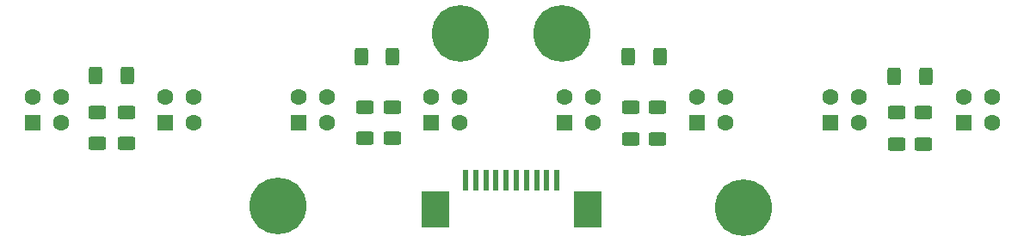
<source format=gts>
G04 #@! TF.GenerationSoftware,KiCad,Pcbnew,7.0.5*
G04 #@! TF.CreationDate,2023-08-03T16:32:48+02:00*
G04 #@! TF.ProjectId,Sensores,53656e73-6f72-4657-932e-6b696361645f,rev?*
G04 #@! TF.SameCoordinates,Original*
G04 #@! TF.FileFunction,Soldermask,Top*
G04 #@! TF.FilePolarity,Negative*
%FSLAX46Y46*%
G04 Gerber Fmt 4.6, Leading zero omitted, Abs format (unit mm)*
G04 Created by KiCad (PCBNEW 7.0.5) date 2023-08-03 16:32:48*
%MOMM*%
%LPD*%
G01*
G04 APERTURE LIST*
G04 Aperture macros list*
%AMRoundRect*
0 Rectangle with rounded corners*
0 $1 Rounding radius*
0 $2 $3 $4 $5 $6 $7 $8 $9 X,Y pos of 4 corners*
0 Add a 4 corners polygon primitive as box body*
4,1,4,$2,$3,$4,$5,$6,$7,$8,$9,$2,$3,0*
0 Add four circle primitives for the rounded corners*
1,1,$1+$1,$2,$3*
1,1,$1+$1,$4,$5*
1,1,$1+$1,$6,$7*
1,1,$1+$1,$8,$9*
0 Add four rect primitives between the rounded corners*
20,1,$1+$1,$2,$3,$4,$5,0*
20,1,$1+$1,$4,$5,$6,$7,0*
20,1,$1+$1,$6,$7,$8,$9,0*
20,1,$1+$1,$8,$9,$2,$3,0*%
G04 Aperture macros list end*
%ADD10C,5.600000*%
%ADD11RoundRect,0.250000X0.400000X0.625000X-0.400000X0.625000X-0.400000X-0.625000X0.400000X-0.625000X0*%
%ADD12RoundRect,0.250000X-0.625000X0.400000X-0.625000X-0.400000X0.625000X-0.400000X0.625000X0.400000X0*%
%ADD13R,0.610000X2.000000*%
%ADD14R,2.680000X3.600000*%
%ADD15RoundRect,0.249600X-0.550400X-0.550400X0.550400X-0.550400X0.550400X0.550400X-0.550400X0.550400X0*%
%ADD16C,1.600000*%
G04 APERTURE END LIST*
D10*
X186182000Y-113030000D03*
X158292800Y-95859600D03*
D11*
X125552800Y-99974400D03*
X122452800Y-99974400D03*
D12*
X151664000Y-103073200D03*
X151664000Y-106173200D03*
D11*
X151664000Y-98094800D03*
X148564000Y-98094800D03*
D12*
X203911200Y-103606000D03*
X203911200Y-106706000D03*
D13*
X158822000Y-110345200D03*
X159822000Y-110345200D03*
X160822000Y-110345200D03*
X161822000Y-110345200D03*
X162822000Y-110345200D03*
X163822000Y-110345200D03*
X164822000Y-110345200D03*
X165822000Y-110345200D03*
X166822000Y-110345200D03*
X167822000Y-110345200D03*
D14*
X155832000Y-113145200D03*
X170812000Y-113145200D03*
D12*
X175056800Y-103098000D03*
X175056800Y-106198000D03*
D11*
X204089600Y-100076000D03*
X200989600Y-100076000D03*
X177953600Y-98145600D03*
X174853600Y-98145600D03*
D10*
X140360400Y-112826800D03*
D12*
X122580400Y-103581200D03*
X122580400Y-106681200D03*
D10*
X168300400Y-95859600D03*
D12*
X148894800Y-103072000D03*
X148894800Y-106172000D03*
X177698400Y-103098000D03*
X177698400Y-106198000D03*
X201218800Y-103606000D03*
X201218800Y-106706000D03*
X125476000Y-103581200D03*
X125476000Y-106681200D03*
D15*
X194704400Y-104597200D03*
D16*
X194704400Y-102057200D03*
X197504400Y-102057200D03*
X197504400Y-104597200D03*
D15*
X142386400Y-104597200D03*
D16*
X142386400Y-102057200D03*
X145186400Y-102057200D03*
X145186400Y-104597200D03*
D15*
X155436000Y-104597200D03*
D16*
X155436000Y-102057200D03*
X158236000Y-102057200D03*
X158236000Y-104597200D03*
D15*
X168548400Y-104597200D03*
D16*
X168548400Y-102057200D03*
X171348400Y-102057200D03*
X171348400Y-104597200D03*
D15*
X181604000Y-104597200D03*
D16*
X181604000Y-102057200D03*
X184404000Y-102057200D03*
X184404000Y-104597200D03*
D15*
X207810800Y-104597200D03*
D16*
X207810800Y-102057200D03*
X210610800Y-102057200D03*
X210610800Y-104597200D03*
D15*
X129280000Y-104597200D03*
D16*
X129280000Y-102057200D03*
X132080000Y-102057200D03*
X132080000Y-104597200D03*
D15*
X116224400Y-104597200D03*
D16*
X116224400Y-102057200D03*
X119024400Y-102057200D03*
X119024400Y-104597200D03*
M02*

</source>
